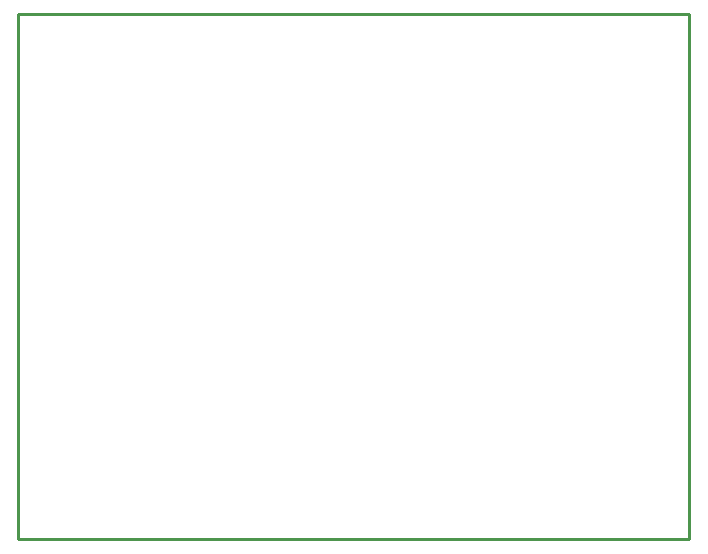
<source format=gbr>
G04 EAGLE Gerber X2 export*
%TF.Part,Single*%
%TF.FileFunction,Profile,NP*%
%TF.FilePolarity,Positive*%
%TF.GenerationSoftware,Autodesk,EAGLE,9.6.2*%
%TF.CreationDate,2021-04-18T15:31:11Z*%
G75*
%MOMM*%
%FSLAX34Y34*%
%LPD*%
%IN*%
%AMOC8*
5,1,8,0,0,1.08239X$1,22.5*%
G01*
%ADD10C,0.254000*%


D10*
X0Y0D02*
X568200Y0D01*
X568200Y444400D01*
X0Y444400D01*
X0Y0D01*
M02*

</source>
